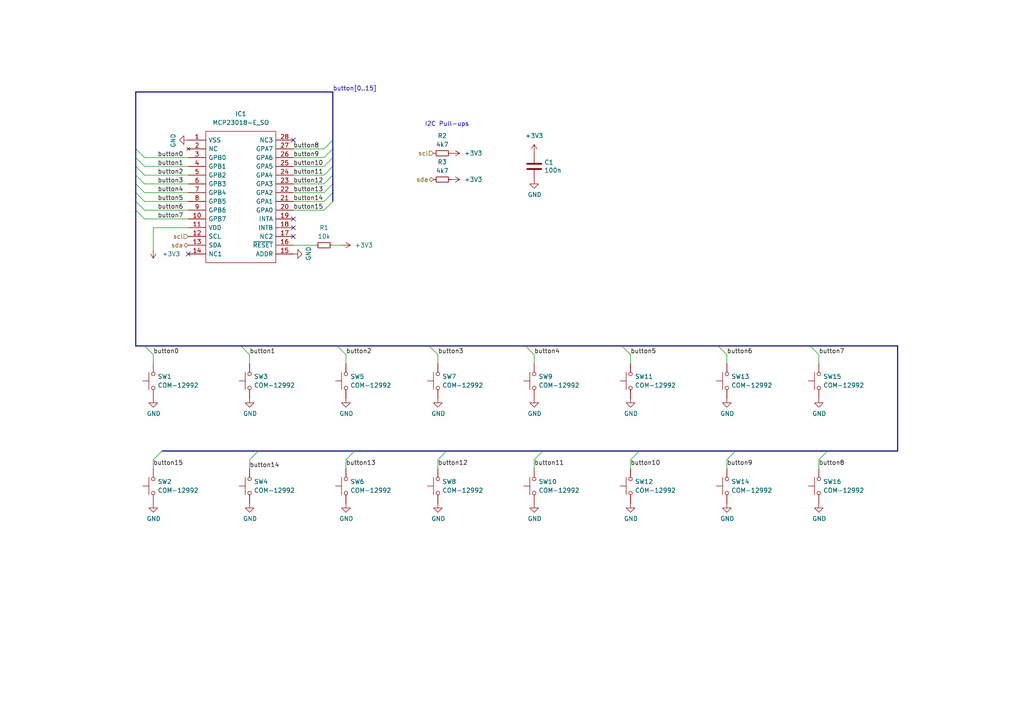
<source format=kicad_sch>
(kicad_sch (version 20211123) (generator eeschema)
  (paper "A4")
  (lib_symbols
    (symbol "Device:C" (pin_numbers hide) (pin_names (offset 0.254))
      (property "Reference" "C" (at 0.635 2.54 0))
      (property "Value" "C" (at 0.635 -2.54 0))
      (symbol "C_0_1"
        (polyline (pts (xy -2.032 -0.762) (xy 2.032 -0.762)) (stroke (width 0.508)))
        (polyline (pts (xy -2.032 0.762) (xy 2.032 0.762)) (stroke (width 0.508)))
      )
      (symbol "C_1_1"
        (pin passive line (at 0 3.81 270) (length 2.794) (name "~") (number "1"))
        (pin passive line (at 0 -3.81 90) (length 2.794) (name "~") (number "2"))
      )
    )
    (symbol "Device:R_Small" (pin_numbers hide) (pin_names (offset 0.254) hide)
      (property "Reference" "R" (at 0.762 0.508 0))
      (property "Value" "R_Small" (at 0.762 -1.016 0))
      (symbol "R_Small_0_1"
        (rectangle (start -0.762 1.778) (end 0.762 -1.778) (stroke (width 0.2032)))
      )
      (symbol "R_Small_1_1"
        (pin passive line (at 0 2.54 270) (length 0.762) (name "~") (number "1"))
        (pin passive line (at 0 -2.54 90) (length 0.762) (name "~") (number "2"))
      )
    )
    (symbol "MCP23018-E_SO:MCP23018-E_SO" (pin_names (offset 0.762))
      (property "Reference" "IC" (at 26.67 7.62 0))
      (property "Value" "MCP23018-E_SO" (at 26.67 5.08 0))
      (symbol "MCP23018-E_SO_0_0"
        (pin passive line (at 0 0 0) (length 5.08) (name "VSS") (number "1"))
        (pin passive line (at 0 -22.86 0) (length 5.08) (name "GPB7") (number "10"))
        (pin passive line (at 0 -25.4 0) (length 5.08) (name "VDD") (number "11"))
        (pin passive line (at 0 -27.94 0) (length 5.08) (name "SCL") (number "12"))
        (pin passive line (at 0 -30.48 0) (length 5.08) (name "SDA") (number "13"))
        (pin passive line (at 0 -33.02 0) (length 5.08) (name "NC1") (number "14"))
        (pin passive line (at 30.48 -33.02 180) (length 5.08) (name "ADDR") (number "15"))
        (pin passive line (at 30.48 -30.48 180) (length 5.08) (name "~{RESET}") (number "16"))
        (pin passive line (at 30.48 -27.94 180) (length 5.08) (name "NC2") (number "17"))
        (pin passive line (at 30.48 -25.4 180) (length 5.08) (name "INTB") (number "18"))
        (pin passive line (at 30.48 -22.86 180) (length 5.08) (name "INTA") (number "19"))
        (pin no_connect line (at 0 -2.54 0) (length 5.08) (name "NC") (number "2"))
        (pin passive line (at 30.48 -20.32 180) (length 5.08) (name "GPA0") (number "20"))
        (pin passive line (at 30.48 -17.78 180) (length 5.08) (name "GPA1") (number "21"))
        (pin passive line (at 30.48 -15.24 180) (length 5.08) (name "GPA2") (number "22"))
        (pin passive line (at 30.48 -12.7 180) (length 5.08) (name "GPA3") (number "23"))
        (pin passive line (at 30.48 -10.16 180) (length 5.08) (name "GPA4") (number "24"))
        (pin passive line (at 30.48 -7.62 180) (length 5.08) (name "GPA5") (number "25"))
        (pin passive line (at 30.48 -5.08 180) (length 5.08) (name "GPA6") (number "26"))
        (pin passive line (at 30.48 -2.54 180) (length 5.08) (name "GPA7") (number "27"))
        (pin passive line (at 30.48 0 180) (length 5.08) (name "NC3") (number "28"))
        (pin passive line (at 0 -5.08 0) (length 5.08) (name "GPB0") (number "3"))
        (pin passive line (at 0 -7.62 0) (length 5.08) (name "GPB1") (number "4"))
        (pin passive line (at 0 -10.16 0) (length 5.08) (name "GPB2") (number "5"))
        (pin passive line (at 0 -12.7 0) (length 5.08) (name "GPB3") (number "6"))
        (pin passive line (at 0 -15.24 0) (length 5.08) (name "GPB4") (number "7"))
        (pin passive line (at 0 -17.78 0) (length 5.08) (name "GPB5") (number "8"))
        (pin passive line (at 0 -20.32 0) (length 5.08) (name "GPB6") (number "9"))
      )
      (symbol "MCP23018-E_SO_0_1"
        (polyline (pts (xy 5.08 2.54) (xy 25.4 2.54) (xy 25.4 -35.56) (xy 5.08 -35.56) (xy 5.08 2.54)) (stroke (width 0.1524)))
      )
    )
    (symbol "Switch:SW_Push" (pin_numbers hide) (pin_names (offset 1.016) hide)
      (property "Reference" "SW" (at 1.27 2.54 0))
      (property "Value" "SW_Push" (at 0 -1.524 0))
      (symbol "SW_Push_0_1"
        (circle (center -2.032 0) (radius 0.508))
        (polyline (pts (xy 0 1.27) (xy 0 3.048)))
        (polyline (pts (xy 2.54 1.27) (xy -2.54 1.27)))
        (circle (center 2.032 0) (radius 0.508))
        (pin passive line (at -5.08 0 0) (length 2.54) (name "1") (number "1"))
        (pin passive line (at 5.08 0 180) (length 2.54) (name "2") (number "2"))
      )
    )
    (symbol "power:+3V3" (power) (pin_names (offset 0))
      (property "Value" "+3V3" (at 0 3.556 0))
      (symbol "+3V3_0_1"
        (polyline (pts (xy -0.762 1.27) (xy 0 2.54)))
        (polyline (pts (xy 0 0) (xy 0 2.54)))
        (polyline (pts (xy 0 2.54) (xy 0.762 1.27)))
      )
      (symbol "+3V3_1_1"
        (pin power_in line (at 0 0 90) (length 0) hide (name "+3V3") (number "1"))
      )
    )
    (symbol "power:GND" (power) (pin_names (offset 0))
      (property "Value" "GND" (at 0 -3.81 0))
      (symbol "GND_0_1"
        (polyline (pts (xy 0 0) (xy 0 -1.27) (xy 1.27 -1.27) (xy 0 -2.54) (xy -1.27 -1.27) (xy 0 -1.27)))
      )
      (symbol "GND_1_1"
        (pin power_in line (at 0 0 270) (length 0) hide (name "GND") (number "1"))
      )
    )
  )
  (no_connect (at 85.09 40.64))
  (no_connect (at 54.61 73.66))
  (no_connect (at 85.09 68.58))
  (no_connect (at 85.09 63.5))
  (no_connect (at 85.09 66.04))
  (bus_entry (at 93.98 58.42) (size 2.54 -2.54))
  (bus_entry (at 93.98 55.88) (size 2.54 -2.54))
  (bus_entry (at 93.98 60.96) (size 2.54 -2.54))
  (bus_entry (at 93.98 53.34) (size 2.54 -2.54))
  (bus_entry (at 93.98 43.18) (size 2.54 -2.54))
  (bus_entry (at 93.98 50.8) (size 2.54 -2.54))
  (bus_entry (at 93.98 45.72) (size 2.54 -2.54))
  (bus_entry (at 93.98 48.26) (size 2.54 -2.54))
  (bus_entry (at 39.37 43.18) (size 2.54 2.54))
  (bus_entry (at 39.37 55.88) (size 2.54 2.54))
  (bus_entry (at 39.37 53.34) (size 2.54 2.54))
  (bus_entry (at 39.37 50.8) (size 2.54 2.54))
  (bus_entry (at 39.37 58.42) (size 2.54 2.54))
  (bus_entry (at 39.37 60.96) (size 2.54 2.54))
  (bus_entry (at 39.37 45.72) (size 2.54 2.54))
  (bus_entry (at 39.37 48.26) (size 2.54 2.54))
  (bus_entry (at 69.85 100.33) (size 2.54 2.54))
  (bus_entry (at 41.91 100.33) (size 2.54 2.54))
  (bus_entry (at 152.4 100.33) (size 2.54 2.54))
  (bus_entry (at 124.46 100.33) (size 2.54 2.54))
  (bus_entry (at 97.79 100.33) (size 2.54 2.54))
  (bus_entry (at 180.34 100.33) (size 2.54 2.54))
  (bus_entry (at 208.28 100.33) (size 2.54 2.54))
  (bus_entry (at 234.95 100.33) (size 2.54 2.54))
  (bus_entry (at 72.39 133.35) (size 2.54 -2.54))
  (bus_entry (at 44.45 133.35) (size 2.54 -2.54))
  (bus_entry (at 127 133.35) (size 2.54 -2.54))
  (bus_entry (at 154.94 133.35) (size 2.54 -2.54))
  (bus_entry (at 100.33 133.35) (size 2.54 -2.54))
  (bus_entry (at 210.82 133.35) (size 2.54 -2.54))
  (bus_entry (at 237.49 133.35) (size 2.54 -2.54))
  (bus_entry (at 182.88 133.35) (size 2.54 -2.54))
  (wire (pts (xy 41.91 60.96) (xy 54.61 60.96)))
  (bus (pts (xy 39.37 53.34) (xy 39.37 55.88)))
  (wire (pts (xy 182.88 133.35) (xy 182.88 135.89)))
  (bus (pts (xy 96.52 48.26) (xy 96.52 50.8)))
  (wire (pts (xy 41.91 45.72) (xy 54.61 45.72)))
  (wire (pts (xy 100.33 133.35) (xy 100.33 135.89)))
  (wire (pts (xy 85.09 71.12) (xy 91.44 71.12)))
  (wire (pts (xy 210.82 102.87) (xy 210.82 105.41)))
  (wire (pts (xy 85.09 43.18) (xy 93.98 43.18)))
  (wire (pts (xy 85.09 58.42) (xy 93.98 58.42)))
  (bus (pts (xy 234.95 100.33) (xy 260.35 100.33)))
  (wire (pts (xy 72.39 102.87) (xy 72.39 105.41)))
  (bus (pts (xy 96.52 53.34) (xy 96.52 55.88)))
  (bus (pts (xy 213.36 130.81) (xy 240.03 130.81)))
  (bus (pts (xy 129.54 130.81) (xy 157.48 130.81)))
  (wire (pts (xy 41.91 53.34) (xy 54.61 53.34)))
  (wire (pts (xy 85.09 53.34) (xy 93.98 53.34)))
  (bus (pts (xy 96.52 55.88) (xy 96.52 58.42)))
  (wire (pts (xy 44.45 102.87) (xy 44.45 105.41)))
  (bus (pts (xy 96.52 43.18) (xy 96.52 45.72)))
  (bus (pts (xy 260.35 100.33) (xy 260.35 130.81)))
  (wire (pts (xy 154.94 133.35) (xy 154.94 135.89)))
  (wire (pts (xy 210.82 133.35) (xy 210.82 135.89)))
  (wire (pts (xy 41.91 50.8) (xy 54.61 50.8)))
  (wire (pts (xy 237.49 102.87) (xy 237.49 105.41)))
  (bus (pts (xy 39.37 26.67) (xy 96.52 26.67)))
  (wire (pts (xy 41.91 58.42) (xy 54.61 58.42)))
  (bus (pts (xy 39.37 48.26) (xy 39.37 50.8)))
  (bus (pts (xy 96.52 40.64) (xy 96.52 43.18)))
  (bus (pts (xy 41.91 100.33) (xy 69.85 100.33)))
  (bus (pts (xy 97.79 100.33) (xy 124.46 100.33)))
  (bus (pts (xy 39.37 58.42) (xy 39.37 60.96)))
  (bus (pts (xy 96.52 26.67) (xy 96.52 40.64)))
  (bus (pts (xy 39.37 43.18) (xy 39.37 45.72)))
  (wire (pts (xy 44.45 66.04) (xy 54.61 66.04)))
  (bus (pts (xy 39.37 55.88) (xy 39.37 58.42)))
  (bus (pts (xy 124.46 100.33) (xy 152.4 100.33)))
  (bus (pts (xy 157.48 130.81) (xy 185.42 130.81)))
  (wire (pts (xy 44.45 133.35) (xy 44.45 135.89)))
  (bus (pts (xy 69.85 100.33) (xy 97.79 100.33)))
  (wire (pts (xy 237.49 133.35) (xy 237.49 135.89)))
  (bus (pts (xy 152.4 100.33) (xy 180.34 100.33)))
  (wire (pts (xy 41.91 55.88) (xy 54.61 55.88)))
  (bus (pts (xy 39.37 26.67) (xy 39.37 43.18)))
  (wire (pts (xy 154.94 102.87) (xy 154.94 105.41)))
  (wire (pts (xy 182.88 102.87) (xy 182.88 105.41)))
  (bus (pts (xy 96.52 50.8) (xy 96.52 53.34)))
  (bus (pts (xy 46.99 130.81) (xy 74.93 130.81)))
  (wire (pts (xy 44.45 72.39) (xy 44.45 66.04)))
  (wire (pts (xy 85.09 60.96) (xy 93.98 60.96)))
  (bus (pts (xy 208.28 100.33) (xy 234.95 100.33)))
  (bus (pts (xy 96.52 45.72) (xy 96.52 48.26)))
  (wire (pts (xy 85.09 48.26) (xy 93.98 48.26)))
  (wire (pts (xy 41.91 48.26) (xy 54.61 48.26)))
  (wire (pts (xy 100.33 102.87) (xy 100.33 105.41)))
  (bus (pts (xy 39.37 50.8) (xy 39.37 53.34)))
  (wire (pts (xy 127 133.35) (xy 127 135.89)))
  (wire (pts (xy 85.09 55.88) (xy 93.98 55.88)))
  (bus (pts (xy 102.87 130.81) (xy 129.54 130.81)))
  (wire (pts (xy 41.91 63.5) (xy 54.61 63.5)))
  (bus (pts (xy 39.37 100.33) (xy 41.91 100.33)))
  (bus (pts (xy 180.34 100.33) (xy 208.28 100.33)))
  (wire (pts (xy 127 102.87) (xy 127 105.41)))
  (wire (pts (xy 96.52 71.12) (xy 99.06 71.12)))
  (bus (pts (xy 74.93 130.81) (xy 102.87 130.81)))
  (wire (pts (xy 85.09 50.8) (xy 93.98 50.8)))
  (bus (pts (xy 39.37 60.96) (xy 39.37 100.33)))
  (wire (pts (xy 85.09 45.72) (xy 93.98 45.72)))
  (wire (pts (xy 72.39 133.35) (xy 72.39 135.89)))
  (bus (pts (xy 39.37 45.72) (xy 39.37 48.26)))
  (bus (pts (xy 185.42 130.81) (xy 213.36 130.81)))
  (bus (pts (xy 240.03 130.81) (xy 260.35 130.81)))
  (text "I2C Pull-ups" (at 123.19 36.83 0) (effects (font (size 1.27 1.27)) (justify left bottom)))
  (label "button15" (at 85.09 60.96 0))
  (label "button5" (at 45.72 58.42 0))
  (label "button0" (at 44.45 102.87 0))
  (label "button1" (at 72.39 102.87 0))
  (label "button11" (at 85.09 50.8 0))
  (label "button13" (at 85.09 55.88 0))
  (label "button3" (at 45.72 53.34 0))
  (label "button6" (at 45.72 60.96 0))
  (label "button6" (at 210.82 102.87 0))
  (label "button11" (at 154.94 135.255 0))
  (label "button15" (at 44.45 135.255 0))
  (label "button5" (at 182.88 102.87 0))
  (label "button10" (at 182.88 135.255 0))
  (label "button4" (at 45.72 55.88 0))
  (label "button12" (at 85.09 53.34 0))
  (label "button7" (at 237.49 102.87 0))
  (label "button9" (at 210.82 135.255 0))
  (label "button0" (at 45.72 45.72 0))
  (label "button13" (at 100.33 135.255 0))
  (label "button1" (at 45.72 48.26 0))
  (label "button2" (at 45.72 50.8 0))
  (label "button2" (at 100.33 102.87 0))
  (label "button8" (at 85.09 43.18 0))
  (label "button4" (at 154.94 102.87 0))
  (label "button14" (at 72.39 135.89 0))
  (label "button8" (at 237.49 135.255 0))
  (label "button[0..15]" (at 96.52 26.67 0))
  (label "button14" (at 85.09 58.42 0))
  (label "button3" (at 127 102.87 0))
  (label "button7" (at 45.72 63.5 0))
  (label "button9" (at 85.09 45.72 0))
  (label "button10" (at 85.09 48.26 0))
  (label "button12" (at 127 135.255 0))
  (hierarchical_label "scl" (shape input) (at 125.73 44.45 180))
  (hierarchical_label "scl" (shape input) (at 54.61 68.58 180))
  (hierarchical_label "sda" (shape bidirectional) (at 125.73 52.07 180))
  (hierarchical_label "sda" (shape bidirectional) (at 54.61 71.12 180))
  (symbol (lib_id "Device:R_Small") (at 128.27 52.07 270) (unit 1)
    (property "Reference" "R3" (at 128.27 46.99 90))
    (property "Value" "4k7" (at 128.27 49.53 90))
    (property "Footprint" "Resistor_SMD:R_0603_1608Metric_Pad0.98x0.95mm_HandSolder" (effects hide))
  )
  (symbol (lib_id "power:+3V3") (at 99.06 71.12 270) (unit 1)
    (property "Reference" "#PWR0112" (effects hide))
    (property "Value" "+3V3" (at 102.87 71.1199 90) (effects (justify left)))
  )
  (symbol (lib_id "power:+3V3") (at 154.94 44.45 0) (unit 1)
    (property "Reference" "#PWR0116" (effects hide))
    (property "Value" "+3V3" (at 154.94 39.37 0))
  )
  (symbol (lib_id "Device:R_Small") (at 128.27 44.45 270) (unit 1)
    (property "Reference" "R2" (at 128.27 39.37 90))
    (property "Value" "4k7" (at 128.27 41.91 90))
    (property "Footprint" "Resistor_SMD:R_0603_1608Metric_Pad0.98x0.95mm_HandSolder" (effects hide))
  )
  (symbol (lib_id "Switch:SW_Push") (at 100.33 140.97 90) (unit 1)
    (property "Reference" "SW6" (at 101.6 139.6999 90) (effects (justify right)))
    (property "Value" "COM-12992" (at 101.6 142.2399 90) (effects (justify right)))
    (property "Footprint" "Button_Switch_SMD:SW_Push_1P1T_NO_6x6mm_H9.5mm" (effects hide))
  )
  (symbol (lib_id "power:+3V3") (at 130.81 52.07 270) (unit 1)
    (property "Reference" "#PWR0117" (effects hide))
    (property "Value" "+3V3" (at 134.62 52.0699 90) (effects (justify left)))
  )
  (symbol (lib_id "Switch:SW_Push") (at 100.33 110.49 90) (unit 1)
    (property "Reference" "SW5" (at 101.6 109.2199 90) (effects (justify right)))
    (property "Value" "COM-12992" (at 101.6 111.7599 90) (effects (justify right)))
    (property "Footprint" "Button_Switch_SMD:SW_Push_1P1T_NO_6x6mm_H9.5mm" (effects hide))
  )
  (symbol (lib_id "power:GND") (at 72.39 115.57 0) (unit 1)
    (property "Reference" "#PWR0122" (effects hide))
    (property "Value" "GND" (at 72.517 119.9642 0))
  )
  (symbol (lib_id "Device:C") (at 154.94 48.26 0) (unit 1)
    (property "Reference" "C1" (at 157.861 47.0916 0) (effects (justify left)))
    (property "Value" "100n" (at 157.861 49.403 0) (effects (justify left)))
    (property "Footprint" "Capacitor_SMD:C_0603_1608Metric_Pad1.08x0.95mm_HandSolder" (effects hide))
  )
  (symbol (lib_id "power:GND") (at 154.94 146.05 0) (unit 1)
    (property "Reference" "#PWR0134" (effects hide))
    (property "Value" "GND" (at 155.067 150.4442 0))
  )
  (symbol (lib_id "MCP23018-E_SO:MCP23018-E_SO") (at 54.61 40.64 0) (unit 1)
    (property "Reference" "IC1" (at 69.85 33.02 0))
    (property "Value" "MCP23018-E_SO" (at 69.85 35.56 0))
    (property "Footprint" "MCP23018-E_SO:SOIC127P1030X265-28N" (effects hide))
    (property "Datasheet" "https://datasheet.datasheetarchive.com/originals/distributors/SFDatasheet-7/sf-000145813.pdf" (effects hide))
    (property "Description" "I/O Expander 16Bit I2C Open-Drain SOIC28" (effects hide))
    (property "Height" "2.65" (effects hide))
    (property "Manufacturer_Name" "Microchip" (effects hide))
    (property "Manufacturer_Part_Number" "MCP23018-E/SO" (effects hide))
    (property "Mouser Part Number" "579-MCP23018-E/SO" (effects hide))
    (property "Mouser Price/Stock" "https://www.mouser.co.uk/ProductDetail/Microchip-Technology/MCP23018-E-SO?qs=rTzW0HAgjYPHjirMU7d6Og%3D%3D" (effects hide))
    (property "Arrow Part Number" "MCP23018-E/SO" (effects hide))
    (property "Arrow Price/Stock" "https://www.arrow.com/en/products/mcp23018-eso/microchip-technology?region=nac" (effects hide))
  )
  (symbol (lib_id "power:GND") (at 44.45 115.57 0) (unit 1)
    (property "Reference" "#PWR0121" (effects hide))
    (property "Value" "GND" (at 44.577 119.9642 0))
  )
  (symbol (lib_id "power:GND") (at 85.09 73.66 90) (unit 1)
    (property "Reference" "#PWR0127" (effects hide))
    (property "Value" "GND" (at 89.4842 73.533 0))
  )
  (symbol (lib_id "power:GND") (at 182.88 115.57 0) (unit 1)
    (property "Reference" "#PWR0133" (effects hide))
    (property "Value" "GND" (at 183.007 119.9642 0))
  )
  (symbol (lib_id "power:GND") (at 237.49 146.05 0) (unit 1)
    (property "Reference" "#PWR0131" (effects hide))
    (property "Value" "GND" (at 237.617 150.4442 0))
  )
  (symbol (lib_id "Switch:SW_Push") (at 154.94 140.97 90) (unit 1)
    (property "Reference" "SW10" (at 156.21 139.6999 90) (effects (justify right)))
    (property "Value" "COM-12992" (at 156.21 142.2399 90) (effects (justify right)))
    (property "Footprint" "Button_Switch_SMD:SW_Push_1P1T_NO_6x6mm_H9.5mm" (effects hide))
  )
  (symbol (lib_id "Switch:SW_Push") (at 44.45 140.97 90) (unit 1)
    (property "Reference" "SW2" (at 45.72 139.6999 90) (effects (justify right)))
    (property "Value" "COM-12992" (at 45.72 142.2399 90) (effects (justify right)))
    (property "Footprint" "Button_Switch_SMD:SW_Push_1P1T_NO_6x6mm_H9.5mm" (effects hide))
  )
  (symbol (lib_id "power:GND") (at 127 146.05 0) (unit 1)
    (property "Reference" "#PWR0114" (effects hide))
    (property "Value" "GND" (at 127.127 150.4442 0))
  )
  (symbol (lib_id "Switch:SW_Push") (at 237.49 140.97 90) (unit 1)
    (property "Reference" "SW16" (at 238.76 139.6999 90) (effects (justify right)))
    (property "Value" "COM-12992" (at 238.76 142.2399 90) (effects (justify right)))
    (property "Footprint" "Button_Switch_SMD:SW_Push_1P1T_NO_6x6mm_H9.5mm" (effects hide))
  )
  (symbol (lib_id "Switch:SW_Push") (at 127 110.49 90) (unit 1)
    (property "Reference" "SW7" (at 128.27 109.2199 90) (effects (justify right)))
    (property "Value" "COM-12992" (at 128.27 111.7599 90) (effects (justify right)))
    (property "Footprint" "Button_Switch_SMD:SW_Push_1P1T_NO_6x6mm_H9.5mm" (effects hide))
  )
  (symbol (lib_id "Switch:SW_Push") (at 154.94 110.49 90) (unit 1)
    (property "Reference" "SW9" (at 156.21 109.2199 90) (effects (justify right)))
    (property "Value" "COM-12992" (at 156.21 111.7599 90) (effects (justify right)))
    (property "Footprint" "Button_Switch_SMD:SW_Push_1P1T_NO_6x6mm_H9.5mm" (effects hide))
  )
  (symbol (lib_id "power:GND") (at 210.82 115.57 0) (unit 1)
    (property "Reference" "#PWR0128" (effects hide))
    (property "Value" "GND" (at 210.947 119.9642 0))
  )
  (symbol (lib_id "power:GND") (at 100.33 115.57 0) (unit 1)
    (property "Reference" "#PWR0119" (effects hide))
    (property "Value" "GND" (at 100.457 119.9642 0))
  )
  (symbol (lib_id "power:GND") (at 72.39 146.05 0) (unit 1)
    (property "Reference" "#PWR0123" (effects hide))
    (property "Value" "GND" (at 72.517 150.4442 0))
  )
  (symbol (lib_id "power:GND") (at 154.94 115.57 0) (unit 1)
    (property "Reference" "#PWR0132" (effects hide))
    (property "Value" "GND" (at 155.067 119.9642 0))
  )
  (symbol (lib_id "Switch:SW_Push") (at 44.45 110.49 90) (unit 1)
    (property "Reference" "SW1" (at 45.72 109.2199 90) (effects (justify right)))
    (property "Value" "COM-12992" (at 45.72 111.7599 90) (effects (justify right)))
    (property "Footprint" "Button_Switch_SMD:SW_Push_1P1T_NO_6x6mm_H9.5mm" (effects hide))
  )
  (symbol (lib_id "power:+3V3") (at 130.81 44.45 270) (unit 1)
    (property "Reference" "#PWR0115" (effects hide))
    (property "Value" "+3V3" (at 134.62 44.4499 90) (effects (justify left)))
  )
  (symbol (lib_id "Switch:SW_Push") (at 210.82 140.97 90) (unit 1)
    (property "Reference" "SW14" (at 212.09 139.6999 90) (effects (justify right)))
    (property "Value" "COM-12992" (at 212.09 142.2399 90) (effects (justify right)))
    (property "Footprint" "Button_Switch_SMD:SW_Push_1P1T_NO_6x6mm_H9.5mm" (effects hide))
  )
  (symbol (lib_id "power:GND") (at 54.61 40.64 270) (unit 1)
    (property "Reference" "#PWR0126" (effects hide))
    (property "Value" "GND" (at 50.2158 40.767 0))
  )
  (symbol (lib_id "power:GND") (at 100.33 146.05 0) (unit 1)
    (property "Reference" "#PWR0120" (effects hide))
    (property "Value" "GND" (at 100.457 150.4442 0))
  )
  (symbol (lib_id "power:GND") (at 182.88 146.05 0) (unit 1)
    (property "Reference" "#PWR0135" (effects hide))
    (property "Value" "GND" (at 183.007 150.4442 0))
  )
  (symbol (lib_id "Device:R_Small") (at 93.98 71.12 270) (unit 1)
    (property "Reference" "R1" (at 93.98 66.04 90))
    (property "Value" "10k" (at 93.98 68.58 90))
    (property "Footprint" "Resistor_SMD:R_0603_1608Metric_Pad0.98x0.95mm_HandSolder" (effects hide))
  )
  (symbol (lib_id "Switch:SW_Push") (at 237.49 110.49 90) (unit 1)
    (property "Reference" "SW15" (at 238.76 109.2199 90) (effects (justify right)))
    (property "Value" "COM-12992" (at 238.76 111.7599 90) (effects (justify right)))
    (property "Footprint" "Button_Switch_SMD:SW_Push_1P1T_NO_6x6mm_H9.5mm" (effects hide))
  )
  (symbol (lib_id "power:GND") (at 127 115.57 0) (unit 1)
    (property "Reference" "#PWR0113" (effects hide))
    (property "Value" "GND" (at 127.127 119.9642 0))
  )
  (symbol (lib_id "power:GND") (at 44.45 146.05 0) (unit 1)
    (property "Reference" "#PWR0124" (effects hide))
    (property "Value" "GND" (at 44.577 150.4442 0))
  )
  (symbol (lib_id "power:GND") (at 154.94 52.07 0) (unit 1)
    (property "Reference" "#PWR0118" (effects hide))
    (property "Value" "GND" (at 155.067 56.4642 0))
  )
  (symbol (lib_id "Switch:SW_Push") (at 72.39 140.97 90) (unit 1)
    (property "Reference" "SW4" (at 73.66 139.6999 90) (effects (justify right)))
    (property "Value" "COM-12992" (at 73.66 142.2399 90) (effects (justify right)))
    (property "Footprint" "Button_Switch_SMD:SW_Push_1P1T_NO_6x6mm_H9.5mm" (effects hide))
  )
  (symbol (lib_id "power:+3V3") (at 44.45 72.39 180) (unit 1)
    (property "Reference" "#PWR0125" (effects hide))
    (property "Value" "+3V3" (at 46.99 73.6599 0) (effects (justify right)))
  )
  (symbol (lib_id "Switch:SW_Push") (at 210.82 110.49 90) (unit 1)
    (property "Reference" "SW13" (at 212.09 109.2199 90) (effects (justify right)))
    (property "Value" "COM-12992" (at 212.09 111.7599 90) (effects (justify right)))
    (property "Footprint" "Button_Switch_SMD:SW_Push_1P1T_NO_6x6mm_H9.5mm" (effects hide))
  )
  (symbol (lib_id "power:GND") (at 237.49 115.57 0) (unit 1)
    (property "Reference" "#PWR0130" (effects hide))
    (property "Value" "GND" (at 237.617 119.9642 0))
  )
  (symbol (lib_id "Switch:SW_Push") (at 182.88 140.97 90) (unit 1)
    (property "Reference" "SW12" (at 184.15 139.6999 90) (effects (justify right)))
    (property "Value" "COM-12992" (at 184.15 142.2399 90) (effects (justify right)))
    (property "Footprint" "Button_Switch_SMD:SW_Push_1P1T_NO_6x6mm_H9.5mm" (effects hide))
  )
  (symbol (lib_id "power:GND") (at 210.82 146.05 0) (unit 1)
    (property "Reference" "#PWR0129" (effects hide))
    (property "Value" "GND" (at 210.947 150.4442 0))
  )
  (symbol (lib_id "Switch:SW_Push") (at 127 140.97 90) (unit 1)
    (property "Reference" "SW8" (at 128.27 139.6999 90) (effects (justify right)))
    (property "Value" "COM-12992" (at 128.27 142.2399 90) (effects (justify right)))
    (property "Footprint" "Button_Switch_SMD:SW_Push_1P1T_NO_6x6mm_H9.5mm" (effects hide))
  )
  (symbol (lib_id "Switch:SW_Push") (at 182.88 110.49 90) (unit 1)
    (property "Reference" "SW11" (at 184.15 109.2199 90) (effects (justify right)))
    (property "Value" "COM-12992" (at 184.15 111.7599 90) (effects (justify right)))
    (property "Footprint" "Button_Switch_SMD:SW_Push_1P1T_NO_6x6mm_H9.5mm" (effects hide))
  )
  (symbol (lib_id "Switch:SW_Push") (at 72.39 110.49 90) (unit 1)
    (property "Reference" "SW3" (at 73.66 109.2199 90) (effects (justify right)))
    (property "Value" "COM-12992" (at 73.66 111.7599 90) (effects (justify right)))
    (property "Footprint" "Button_Switch_SMD:SW_Push_1P1T_NO_6x6mm_H9.5mm" (effects hide))
  )
)
</source>
